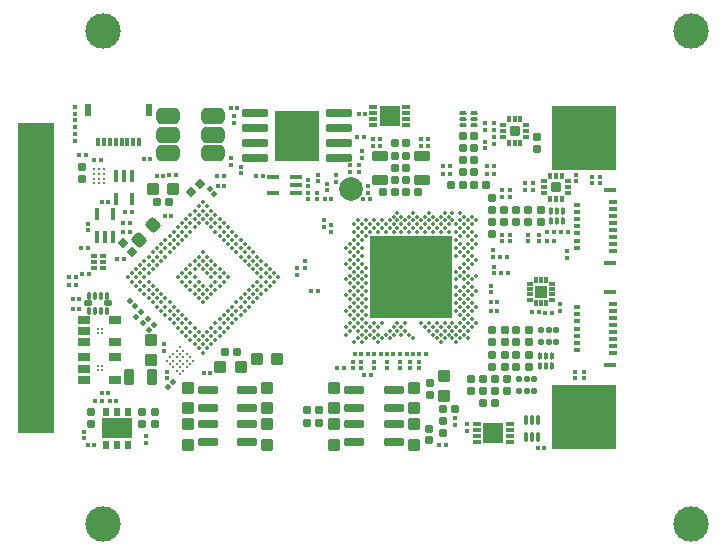
<source format=gbs>
G04*
G04 #@! TF.GenerationSoftware,Altium Limited,Altium Designer,19.1.6 (110)*
G04*
G04 Layer_Color=16711935*
%FSLAX44Y44*%
%MOMM*%
G71*
G01*
G75*
%ADD68R,3.1250X26.2500*%
%ADD76R,0.4500X0.4000*%
%ADD86R,2.6000X0.7000*%
%ADD87C,0.2400*%
%ADD88C,0.3000*%
%ADD91C,2.0000*%
%ADD95C,3.0000*%
G04:AMPARAMS|DCode=96|XSize=0.6mm|YSize=0.7mm|CornerRadius=0.1mm|HoleSize=0mm|Usage=FLASHONLY|Rotation=90.000|XOffset=0mm|YOffset=0mm|HoleType=Round|Shape=RoundedRectangle|*
%AMROUNDEDRECTD96*
21,1,0.6000,0.5000,0,0,90.0*
21,1,0.4000,0.7000,0,0,90.0*
1,1,0.2000,0.2500,0.2000*
1,1,0.2000,0.2500,-0.2000*
1,1,0.2000,-0.2500,-0.2000*
1,1,0.2000,-0.2500,0.2000*
%
%ADD96ROUNDEDRECTD96*%
G04:AMPARAMS|DCode=104|XSize=0.7mm|YSize=0.7mm|CornerRadius=0.11mm|HoleSize=0mm|Usage=FLASHONLY|Rotation=0.000|XOffset=0mm|YOffset=0mm|HoleType=Round|Shape=RoundedRectangle|*
%AMROUNDEDRECTD104*
21,1,0.7000,0.4800,0,0,0.0*
21,1,0.4800,0.7000,0,0,0.0*
1,1,0.2200,0.2400,-0.2400*
1,1,0.2200,-0.2400,-0.2400*
1,1,0.2200,-0.2400,0.2400*
1,1,0.2200,0.2400,0.2400*
%
%ADD104ROUNDEDRECTD104*%
%ADD105R,0.4000X0.4500*%
G04:AMPARAMS|DCode=106|XSize=1.4mm|YSize=0.9mm|CornerRadius=0.15mm|HoleSize=0mm|Usage=FLASHONLY|Rotation=90.000|XOffset=0mm|YOffset=0mm|HoleType=Round|Shape=RoundedRectangle|*
%AMROUNDEDRECTD106*
21,1,1.4000,0.6000,0,0,90.0*
21,1,1.1000,0.9000,0,0,90.0*
1,1,0.3000,0.3000,0.5500*
1,1,0.3000,0.3000,-0.5500*
1,1,0.3000,-0.3000,-0.5500*
1,1,0.3000,-0.3000,0.5500*
%
%ADD106ROUNDEDRECTD106*%
G04:AMPARAMS|DCode=107|XSize=0.4mm|YSize=0.45mm|CornerRadius=0mm|HoleSize=0mm|Usage=FLASHONLY|Rotation=45.000|XOffset=0mm|YOffset=0mm|HoleType=Round|Shape=Rectangle|*
%AMROTATEDRECTD107*
4,1,4,0.0177,-0.3005,-0.3005,0.0177,-0.0177,0.3005,0.3005,-0.0177,0.0177,-0.3005,0.0*
%
%ADD107ROTATEDRECTD107*%

G04:AMPARAMS|DCode=108|XSize=0.7mm|YSize=0.7mm|CornerRadius=0.11mm|HoleSize=0mm|Usage=FLASHONLY|Rotation=270.000|XOffset=0mm|YOffset=0mm|HoleType=Round|Shape=RoundedRectangle|*
%AMROUNDEDRECTD108*
21,1,0.7000,0.4800,0,0,270.0*
21,1,0.4800,0.7000,0,0,270.0*
1,1,0.2200,-0.2400,-0.2400*
1,1,0.2200,-0.2400,0.2400*
1,1,0.2200,0.2400,0.2400*
1,1,0.2200,0.2400,-0.2400*
%
%ADD108ROUNDEDRECTD108*%
G04:AMPARAMS|DCode=109|XSize=1.1mm|YSize=1mm|CornerRadius=0.1625mm|HoleSize=0mm|Usage=FLASHONLY|Rotation=270.000|XOffset=0mm|YOffset=0mm|HoleType=Round|Shape=RoundedRectangle|*
%AMROUNDEDRECTD109*
21,1,1.1000,0.6750,0,0,270.0*
21,1,0.7750,1.0000,0,0,270.0*
1,1,0.3250,-0.3375,-0.3875*
1,1,0.3250,-0.3375,0.3875*
1,1,0.3250,0.3375,0.3875*
1,1,0.3250,0.3375,-0.3875*
%
%ADD109ROUNDEDRECTD109*%
G04:AMPARAMS|DCode=110|XSize=1.1mm|YSize=1mm|CornerRadius=0.1625mm|HoleSize=0mm|Usage=FLASHONLY|Rotation=180.000|XOffset=0mm|YOffset=0mm|HoleType=Round|Shape=RoundedRectangle|*
%AMROUNDEDRECTD110*
21,1,1.1000,0.6750,0,0,180.0*
21,1,0.7750,1.0000,0,0,180.0*
1,1,0.3250,-0.3875,0.3375*
1,1,0.3250,0.3875,0.3375*
1,1,0.3250,0.3875,-0.3375*
1,1,0.3250,-0.3875,-0.3375*
%
%ADD110ROUNDEDRECTD110*%
G04:AMPARAMS|DCode=112|XSize=0.6mm|YSize=0.7mm|CornerRadius=0.1mm|HoleSize=0mm|Usage=FLASHONLY|Rotation=180.000|XOffset=0mm|YOffset=0mm|HoleType=Round|Shape=RoundedRectangle|*
%AMROUNDEDRECTD112*
21,1,0.6000,0.5000,0,0,180.0*
21,1,0.4000,0.7000,0,0,180.0*
1,1,0.2000,-0.2000,0.2500*
1,1,0.2000,0.2000,0.2500*
1,1,0.2000,0.2000,-0.2500*
1,1,0.2000,-0.2000,-0.2500*
%
%ADD112ROUNDEDRECTD112*%
G04:AMPARAMS|DCode=113|XSize=0.4mm|YSize=0.45mm|CornerRadius=0mm|HoleSize=0mm|Usage=FLASHONLY|Rotation=315.000|XOffset=0mm|YOffset=0mm|HoleType=Round|Shape=Rectangle|*
%AMROTATEDRECTD113*
4,1,4,-0.3005,-0.0177,0.0177,0.3005,0.3005,0.0177,-0.0177,-0.3005,-0.3005,-0.0177,0.0*
%
%ADD113ROTATEDRECTD113*%

%ADD114R,0.6000X0.8000*%
%ADD115R,2.6000X1.8000*%
G04:AMPARAMS|DCode=119|XSize=1.1mm|YSize=1.1mm|CornerRadius=0.2mm|HoleSize=0mm|Usage=FLASHONLY|Rotation=180.000|XOffset=0mm|YOffset=0mm|HoleType=Round|Shape=RoundedRectangle|*
%AMROUNDEDRECTD119*
21,1,1.1000,0.7000,0,0,180.0*
21,1,0.7000,1.1000,0,0,180.0*
1,1,0.4000,-0.3500,0.3500*
1,1,0.4000,0.3500,0.3500*
1,1,0.4000,0.3500,-0.3500*
1,1,0.4000,-0.3500,-0.3500*
%
%ADD119ROUNDEDRECTD119*%
%ADD120R,0.3000X0.4950*%
%ADD121R,0.4950X0.3000*%
G04:AMPARAMS|DCode=122|XSize=0.33mm|YSize=0.63mm|CornerRadius=0.1025mm|HoleSize=0mm|Usage=FLASHONLY|Rotation=0.000|XOffset=0mm|YOffset=0mm|HoleType=Round|Shape=RoundedRectangle|*
%AMROUNDEDRECTD122*
21,1,0.3300,0.4250,0,0,0.0*
21,1,0.1250,0.6300,0,0,0.0*
1,1,0.2050,0.0625,-0.2125*
1,1,0.2050,-0.0625,-0.2125*
1,1,0.2050,-0.0625,0.2125*
1,1,0.2050,0.0625,0.2125*
%
%ADD122ROUNDEDRECTD122*%
G04:AMPARAMS|DCode=124|XSize=0.6mm|YSize=0.7mm|CornerRadius=0.1mm|HoleSize=0mm|Usage=FLASHONLY|Rotation=45.000|XOffset=0mm|YOffset=0mm|HoleType=Round|Shape=RoundedRectangle|*
%AMROUNDEDRECTD124*
21,1,0.6000,0.5000,0,0,45.0*
21,1,0.4000,0.7000,0,0,45.0*
1,1,0.2000,0.3182,-0.0354*
1,1,0.2000,0.0354,-0.3182*
1,1,0.2000,-0.3182,0.0354*
1,1,0.2000,-0.0354,0.3182*
%
%ADD124ROUNDEDRECTD124*%
%ADD125R,5.5000X5.5000*%
%ADD140C,0.3500*%
%ADD173R,7.0000X7.0000*%
G04:AMPARAMS|DCode=174|XSize=0.65mm|YSize=2.2mm|CornerRadius=0.1875mm|HoleSize=0mm|Usage=FLASHONLY|Rotation=90.000|XOffset=0mm|YOffset=0mm|HoleType=Round|Shape=RoundedRectangle|*
%AMROUNDEDRECTD174*
21,1,0.6500,1.8250,0,0,90.0*
21,1,0.2750,2.2000,0,0,90.0*
1,1,0.3750,0.9125,0.1375*
1,1,0.3750,0.9125,-0.1375*
1,1,0.3750,-0.9125,-0.1375*
1,1,0.3750,-0.9125,0.1375*
%
%ADD174ROUNDEDRECTD174*%
%ADD175R,3.7000X4.3000*%
%ADD176R,1.8000X1.8000*%
%ADD177R,0.7400X0.3900*%
%ADD178R,0.6250X0.3500*%
G04:AMPARAMS|DCode=179|XSize=0.75mm|YSize=0.45mm|CornerRadius=0.1375mm|HoleSize=0mm|Usage=FLASHONLY|Rotation=180.000|XOffset=0mm|YOffset=0mm|HoleType=Round|Shape=RoundedRectangle|*
%AMROUNDEDRECTD179*
21,1,0.7500,0.1750,0,0,180.0*
21,1,0.4750,0.4500,0,0,180.0*
1,1,0.2750,-0.2375,0.0875*
1,1,0.2750,0.2375,0.0875*
1,1,0.2750,0.2375,-0.0875*
1,1,0.2750,-0.2375,-0.0875*
%
%ADD179ROUNDEDRECTD179*%
G04:AMPARAMS|DCode=180|XSize=0.65mm|YSize=0.4mm|CornerRadius=0.125mm|HoleSize=0mm|Usage=FLASHONLY|Rotation=270.000|XOffset=0mm|YOffset=0mm|HoleType=Round|Shape=RoundedRectangle|*
%AMROUNDEDRECTD180*
21,1,0.6500,0.1500,0,0,270.0*
21,1,0.4000,0.4000,0,0,270.0*
1,1,0.2500,-0.0750,-0.2000*
1,1,0.2500,-0.0750,0.2000*
1,1,0.2500,0.0750,0.2000*
1,1,0.2500,0.0750,-0.2000*
%
%ADD180ROUNDEDRECTD180*%
G04:AMPARAMS|DCode=181|XSize=0.65mm|YSize=0.35mm|CornerRadius=0.1125mm|HoleSize=0mm|Usage=FLASHONLY|Rotation=270.000|XOffset=0mm|YOffset=0mm|HoleType=Round|Shape=RoundedRectangle|*
%AMROUNDEDRECTD181*
21,1,0.6500,0.1250,0,0,270.0*
21,1,0.4250,0.3500,0,0,270.0*
1,1,0.2250,-0.0625,-0.2125*
1,1,0.2250,-0.0625,0.2125*
1,1,0.2250,0.0625,0.2125*
1,1,0.2250,0.0625,-0.2125*
%
%ADD181ROUNDEDRECTD181*%
%ADD182R,0.4000X0.8000*%
%ADD183R,0.5000X1.1000*%
%ADD184R,0.6000X0.4000*%
%ADD185R,0.8000X0.4000*%
%ADD186R,1.1000X0.4500*%
G04:AMPARAMS|DCode=187|XSize=1.7mm|YSize=0.6mm|CornerRadius=0.125mm|HoleSize=0mm|Usage=FLASHONLY|Rotation=0.000|XOffset=0mm|YOffset=0mm|HoleType=Round|Shape=RoundedRectangle|*
%AMROUNDEDRECTD187*
21,1,1.7000,0.3500,0,0,0.0*
21,1,1.4500,0.6000,0,0,0.0*
1,1,0.2500,0.7250,-0.1750*
1,1,0.2500,-0.7250,-0.1750*
1,1,0.2500,-0.7250,0.1750*
1,1,0.2500,0.7250,0.1750*
%
%ADD187ROUNDEDRECTD187*%
G04:AMPARAMS|DCode=188|XSize=1.4mm|YSize=0.9mm|CornerRadius=0.15mm|HoleSize=0mm|Usage=FLASHONLY|Rotation=0.000|XOffset=0mm|YOffset=0mm|HoleType=Round|Shape=RoundedRectangle|*
%AMROUNDEDRECTD188*
21,1,1.4000,0.6000,0,0,0.0*
21,1,1.1000,0.9000,0,0,0.0*
1,1,0.3000,0.5500,-0.3000*
1,1,0.3000,-0.5500,-0.3000*
1,1,0.3000,-0.5500,0.3000*
1,1,0.3000,0.5500,0.3000*
%
%ADD188ROUNDEDRECTD188*%
G04:AMPARAMS|DCode=189|XSize=0.3mm|YSize=0.55mm|CornerRadius=0.08mm|HoleSize=0mm|Usage=FLASHONLY|Rotation=90.000|XOffset=0mm|YOffset=0mm|HoleType=Round|Shape=RoundedRectangle|*
%AMROUNDEDRECTD189*
21,1,0.3000,0.3900,0,0,90.0*
21,1,0.1400,0.5500,0,0,90.0*
1,1,0.1600,0.1950,0.0700*
1,1,0.1600,0.1950,-0.0700*
1,1,0.1600,-0.1950,-0.0700*
1,1,0.1600,-0.1950,0.0700*
%
%ADD189ROUNDEDRECTD189*%
G04:AMPARAMS|DCode=190|XSize=0.3mm|YSize=0.55mm|CornerRadius=0.08mm|HoleSize=0mm|Usage=FLASHONLY|Rotation=0.000|XOffset=0mm|YOffset=0mm|HoleType=Round|Shape=RoundedRectangle|*
%AMROUNDEDRECTD190*
21,1,0.3000,0.3900,0,0,0.0*
21,1,0.1400,0.5500,0,0,0.0*
1,1,0.1600,0.0700,-0.1950*
1,1,0.1600,-0.0700,-0.1950*
1,1,0.1600,-0.0700,0.1950*
1,1,0.1600,0.0700,0.1950*
%
%ADD190ROUNDEDRECTD190*%
G04:AMPARAMS|DCode=191|XSize=0.9mm|YSize=0.9mm|CornerRadius=0.17mm|HoleSize=0mm|Usage=FLASHONLY|Rotation=180.000|XOffset=0mm|YOffset=0mm|HoleType=Round|Shape=RoundedRectangle|*
%AMROUNDEDRECTD191*
21,1,0.9000,0.5600,0,0,180.0*
21,1,0.5600,0.9000,0,0,180.0*
1,1,0.3400,-0.2800,0.2800*
1,1,0.3400,0.2800,0.2800*
1,1,0.3400,0.2800,-0.2800*
1,1,0.3400,-0.2800,-0.2800*
%
%ADD191ROUNDEDRECTD191*%
G04:AMPARAMS|DCode=192|XSize=0.55mm|YSize=0.45mm|CornerRadius=0.1025mm|HoleSize=0mm|Usage=FLASHONLY|Rotation=180.000|XOffset=0mm|YOffset=0mm|HoleType=Round|Shape=RoundedRectangle|*
%AMROUNDEDRECTD192*
21,1,0.5500,0.2450,0,0,180.0*
21,1,0.3450,0.4500,0,0,180.0*
1,1,0.2050,-0.1725,0.1225*
1,1,0.2050,0.1725,0.1225*
1,1,0.2050,0.1725,-0.1225*
1,1,0.2050,-0.1725,-0.1225*
%
%ADD192ROUNDEDRECTD192*%
%ADD193C,0.3000*%
G04:AMPARAMS|DCode=194|XSize=1.4mm|YSize=1.95mm|CornerRadius=0.375mm|HoleSize=0mm|Usage=FLASHONLY|Rotation=270.000|XOffset=0mm|YOffset=0mm|HoleType=Round|Shape=RoundedRectangle|*
%AMROUNDEDRECTD194*
21,1,1.4000,1.2000,0,0,270.0*
21,1,0.6500,1.9500,0,0,270.0*
1,1,0.7500,-0.6000,-0.3250*
1,1,0.7500,-0.6000,0.3250*
1,1,0.7500,0.6000,0.3250*
1,1,0.7500,0.6000,-0.3250*
%
%ADD194ROUNDEDRECTD194*%
%ADD195R,0.4600X1.1000*%
G04:AMPARAMS|DCode=196|XSize=0.4mm|YSize=0.8mm|CornerRadius=0.125mm|HoleSize=0mm|Usage=FLASHONLY|Rotation=180.000|XOffset=0mm|YOffset=0mm|HoleType=Round|Shape=RoundedRectangle|*
%AMROUNDEDRECTD196*
21,1,0.4000,0.5500,0,0,180.0*
21,1,0.1500,0.8000,0,0,180.0*
1,1,0.2500,-0.0750,0.2750*
1,1,0.2500,0.0750,0.2750*
1,1,0.2500,0.0750,-0.2750*
1,1,0.2500,-0.0750,-0.2750*
%
%ADD196ROUNDEDRECTD196*%
%ADD197R,1.0500X0.4600*%
G04:AMPARAMS|DCode=198|XSize=1.1mm|YSize=1mm|CornerRadius=0.1625mm|HoleSize=0mm|Usage=FLASHONLY|Rotation=315.000|XOffset=0mm|YOffset=0mm|HoleType=Round|Shape=RoundedRectangle|*
%AMROUNDEDRECTD198*
21,1,1.1000,0.6750,0,0,315.0*
21,1,0.7750,1.0000,0,0,315.0*
1,1,0.3250,0.0354,-0.5127*
1,1,0.3250,-0.5127,0.0354*
1,1,0.3250,-0.0354,0.5127*
1,1,0.3250,0.5127,-0.0354*
%
%ADD198ROUNDEDRECTD198*%
G04:AMPARAMS|DCode=199|XSize=0.6mm|YSize=0.7mm|CornerRadius=0.1mm|HoleSize=0mm|Usage=FLASHONLY|Rotation=135.000|XOffset=0mm|YOffset=0mm|HoleType=Round|Shape=RoundedRectangle|*
%AMROUNDEDRECTD199*
21,1,0.6000,0.5000,0,0,135.0*
21,1,0.4000,0.7000,0,0,135.0*
1,1,0.2000,0.0354,0.3182*
1,1,0.2000,0.3182,0.0354*
1,1,0.2000,-0.0354,-0.3182*
1,1,0.2000,-0.3182,-0.0354*
%
%ADD199ROUNDEDRECTD199*%
G04:AMPARAMS|DCode=200|XSize=0.33mm|YSize=0.63mm|CornerRadius=0.1025mm|HoleSize=0mm|Usage=FLASHONLY|Rotation=90.000|XOffset=0mm|YOffset=0mm|HoleType=Round|Shape=RoundedRectangle|*
%AMROUNDEDRECTD200*
21,1,0.3300,0.4250,0,0,90.0*
21,1,0.1250,0.6300,0,0,90.0*
1,1,0.2050,0.2125,0.0625*
1,1,0.2050,0.2125,-0.0625*
1,1,0.2050,-0.2125,-0.0625*
1,1,0.2050,-0.2125,0.0625*
%
%ADD200ROUNDEDRECTD200*%
G04:AMPARAMS|DCode=201|XSize=0.7mm|YSize=1.1mm|CornerRadius=0.125mm|HoleSize=0mm|Usage=FLASHONLY|Rotation=90.000|XOffset=0mm|YOffset=0mm|HoleType=Round|Shape=RoundedRectangle|*
%AMROUNDEDRECTD201*
21,1,0.7000,0.8500,0,0,90.0*
21,1,0.4500,1.1000,0,0,90.0*
1,1,0.2500,0.4250,0.2250*
1,1,0.2500,0.4250,-0.2250*
1,1,0.2500,-0.4250,-0.2250*
1,1,0.2500,-0.4250,0.2250*
%
%ADD201ROUNDEDRECTD201*%
D68*
X-26875Y148250D02*
D03*
D76*
X14000Y18050D02*
D03*
Y12450D02*
D03*
X422500Y170800D02*
D03*
Y165200D02*
D03*
X429500Y68850D02*
D03*
Y63250D02*
D03*
X437000Y68800D02*
D03*
Y63200D02*
D03*
X66750Y8750D02*
D03*
Y14350D02*
D03*
X338500Y18700D02*
D03*
Y24300D02*
D03*
X327750Y29300D02*
D03*
Y23700D02*
D03*
X220000Y222200D02*
D03*
Y227800D02*
D03*
X227250Y229700D02*
D03*
Y235300D02*
D03*
X212450Y235600D02*
D03*
Y230000D02*
D03*
X138500Y243750D02*
D03*
Y249350D02*
D03*
X210950Y220300D02*
D03*
Y214700D02*
D03*
X146500Y242300D02*
D03*
Y236700D02*
D03*
X203500Y225700D02*
D03*
Y231300D02*
D03*
X203500Y214700D02*
D03*
Y220300D02*
D03*
X141000Y279450D02*
D03*
Y285050D02*
D03*
X17050Y194100D02*
D03*
Y188500D02*
D03*
X6500Y292750D02*
D03*
Y287150D02*
D03*
X390250Y179200D02*
D03*
Y184800D02*
D03*
X399000D02*
D03*
Y179200D02*
D03*
X387250Y222700D02*
D03*
Y228300D02*
D03*
X393750D02*
D03*
Y222700D02*
D03*
X374250Y178950D02*
D03*
Y184550D02*
D03*
X367750D02*
D03*
Y178950D02*
D03*
X374500Y222300D02*
D03*
Y216700D02*
D03*
X368000Y216700D02*
D03*
Y222300D02*
D03*
X194250Y156550D02*
D03*
Y150950D02*
D03*
X201000Y156550D02*
D03*
Y162150D02*
D03*
X353500Y257950D02*
D03*
Y263550D02*
D03*
X241750Y77300D02*
D03*
Y71700D02*
D03*
X84000Y63200D02*
D03*
Y68800D02*
D03*
X246750Y243300D02*
D03*
Y237700D02*
D03*
X6500Y264000D02*
D03*
Y269600D02*
D03*
X6500Y275950D02*
D03*
Y281550D02*
D03*
X239250Y243300D02*
D03*
Y237700D02*
D03*
X249750Y249950D02*
D03*
Y255550D02*
D03*
X81500Y86450D02*
D03*
Y92050D02*
D03*
X416750Y120450D02*
D03*
Y126050D02*
D03*
X358500Y135950D02*
D03*
Y141550D02*
D03*
X361000Y157650D02*
D03*
Y152050D02*
D03*
X450750Y228200D02*
D03*
X450750Y233800D02*
D03*
X444250Y228200D02*
D03*
Y233800D02*
D03*
X430200Y235350D02*
D03*
Y229750D02*
D03*
X353750Y278850D02*
D03*
X353750Y273250D02*
D03*
X361250Y278850D02*
D03*
Y273250D02*
D03*
X361000Y261700D02*
D03*
Y267300D02*
D03*
X254250Y225800D02*
D03*
Y220200D02*
D03*
X223250Y192550D02*
D03*
Y186950D02*
D03*
X216750Y196800D02*
D03*
Y191200D02*
D03*
X290000Y71700D02*
D03*
Y77300D02*
D03*
X281500Y71700D02*
D03*
Y77300D02*
D03*
X270750Y71700D02*
D03*
Y77300D02*
D03*
X298000Y71700D02*
D03*
Y77300D02*
D03*
X259700Y71700D02*
D03*
Y77300D02*
D03*
X248750Y71700D02*
D03*
Y77300D02*
D03*
X360000Y165950D02*
D03*
Y171550D02*
D03*
D86*
X-25000Y262497D02*
D03*
Y254497D02*
D03*
X-25000Y246497D02*
D03*
Y238497D02*
D03*
Y230497D02*
D03*
Y222497D02*
D03*
X-25000Y214497D02*
D03*
Y206497D02*
D03*
X-25000Y166497D02*
D03*
X-25000Y158497D02*
D03*
Y150497D02*
D03*
Y142497D02*
D03*
Y134497D02*
D03*
Y126497D02*
D03*
Y118497D02*
D03*
Y110497D02*
D03*
Y102497D02*
D03*
Y94497D02*
D03*
Y86497D02*
D03*
Y78497D02*
D03*
Y70497D02*
D03*
Y62497D02*
D03*
Y54497D02*
D03*
X-25000Y46497D02*
D03*
Y38497D02*
D03*
Y30497D02*
D03*
D87*
X25500Y69750D02*
D03*
X29000D02*
D03*
X25500Y73250D02*
D03*
X29000D02*
D03*
Y105000D02*
D03*
X25500D02*
D03*
X29000Y101500D02*
D03*
X25500D02*
D03*
D88*
X106478Y78085D02*
D03*
X83851D02*
D03*
X86679Y80914D02*
D03*
X89508Y83742D02*
D03*
X92336Y86571D02*
D03*
X95164Y89399D02*
D03*
X100821Y72429D02*
D03*
X103650Y75257D02*
D03*
X89508Y72429D02*
D03*
X92336Y75257D02*
D03*
X95164Y78085D02*
D03*
X97993Y80914D02*
D03*
X100821Y83742D02*
D03*
X95164Y66772D02*
D03*
X92336Y69600D02*
D03*
X95164Y72429D02*
D03*
X97993Y75257D02*
D03*
X100821Y78085D02*
D03*
X103650Y80914D02*
D03*
X86679Y75257D02*
D03*
X89508Y78085D02*
D03*
X92336Y80914D02*
D03*
X97993Y69600D02*
D03*
X95164Y83742D02*
D03*
X97993Y86571D02*
D03*
D91*
X240250Y223500D02*
D03*
D95*
X30000Y357300D02*
D03*
X528250Y357300D02*
D03*
Y-60300D02*
D03*
X30050Y-60250D02*
D03*
D96*
X327750Y37250D02*
D03*
X317750D02*
D03*
X143500Y85000D02*
D03*
X133500D02*
D03*
X75750Y211969D02*
D03*
X85750D02*
D03*
X361771Y42000D02*
D03*
X351771D02*
D03*
X361975Y52535D02*
D03*
X351975D02*
D03*
X361975Y62535D02*
D03*
X351975D02*
D03*
X287000Y231000D02*
D03*
X277000D02*
D03*
X344500Y237500D02*
D03*
X334500D02*
D03*
Y268500D02*
D03*
X344500D02*
D03*
X277000Y262000D02*
D03*
X287000D02*
D03*
X380025Y83045D02*
D03*
X370025D02*
D03*
X380025Y73045D02*
D03*
X370025D02*
D03*
X380000Y205500D02*
D03*
X390000D02*
D03*
Y195500D02*
D03*
X380000D02*
D03*
X370025Y94045D02*
D03*
X380025D02*
D03*
X370025Y104045D02*
D03*
X380025D02*
D03*
D104*
X390525D02*
D03*
Y94045D02*
D03*
X372475Y62535D02*
D03*
Y52535D02*
D03*
X317500Y26750D02*
D03*
X317500Y16750D02*
D03*
X73745Y24750D02*
D03*
Y34750D02*
D03*
X359000Y205500D02*
D03*
X359000Y215500D02*
D03*
Y195500D02*
D03*
Y185500D02*
D03*
X306500Y58750D02*
D03*
Y48750D02*
D03*
X305750Y20500D02*
D03*
Y10500D02*
D03*
D105*
X11709Y173846D02*
D03*
X17309D02*
D03*
X28950Y50750D02*
D03*
X34550D02*
D03*
X85950Y235250D02*
D03*
X91550D02*
D03*
X126700Y234750D02*
D03*
X132300D02*
D03*
X320300Y7000D02*
D03*
X314700D02*
D03*
X246450Y287250D02*
D03*
X252050D02*
D03*
X398250Y4000D02*
D03*
X403850D02*
D03*
X54300Y203500D02*
D03*
X48700D02*
D03*
X143800Y292250D02*
D03*
X138200D02*
D03*
X35766Y43666D02*
D03*
X41366D02*
D03*
X23438D02*
D03*
X29038D02*
D03*
X165550Y234354D02*
D03*
X159950D02*
D03*
X12450Y151750D02*
D03*
X18050D02*
D03*
X46950Y194500D02*
D03*
X52550D02*
D03*
X52550Y187000D02*
D03*
X46950D02*
D03*
X34550Y212750D02*
D03*
X28950D02*
D03*
X47550Y163750D02*
D03*
X41950D02*
D03*
X406200Y179750D02*
D03*
X411800D02*
D03*
X418150Y187000D02*
D03*
X423750D02*
D03*
X406150D02*
D03*
X411750D02*
D03*
X305300Y266000D02*
D03*
X299700D02*
D03*
X264300Y259500D02*
D03*
X258700D02*
D03*
X299700D02*
D03*
X305300D02*
D03*
X258700Y266000D02*
D03*
X264300D02*
D03*
X361100Y242500D02*
D03*
X355500D02*
D03*
Y236000D02*
D03*
X361100D02*
D03*
X317900Y242500D02*
D03*
X323500D02*
D03*
Y236000D02*
D03*
X317900D02*
D03*
X223300Y214750D02*
D03*
X217700D02*
D03*
X81000Y234450D02*
D03*
X75400D02*
D03*
X127000Y225550D02*
D03*
X132600D02*
D03*
X257050Y65750D02*
D03*
X251450D02*
D03*
X234000Y71707D02*
D03*
X228400D02*
D03*
X211975Y136970D02*
D03*
X206375D02*
D03*
X245500Y267800D02*
D03*
X251100D02*
D03*
X64650Y248450D02*
D03*
X70250D02*
D03*
X28100Y248250D02*
D03*
X22500D02*
D03*
X10000Y252500D02*
D03*
X15600D02*
D03*
X115357Y67707D02*
D03*
X120957D02*
D03*
X364050Y120150D02*
D03*
X358450D02*
D03*
X10050Y130500D02*
D03*
X4450Y130500D02*
D03*
X10050Y122058D02*
D03*
X4450D02*
D03*
X17195Y6750D02*
D03*
X22795Y6750D02*
D03*
X7043Y142417D02*
D03*
X1443D02*
D03*
X7043Y148747D02*
D03*
X1443D02*
D03*
X393185Y119100D02*
D03*
X398785Y119100D02*
D03*
X410050Y118500D02*
D03*
X404450D02*
D03*
X87979Y200750D02*
D03*
X82379D02*
D03*
X364050Y127500D02*
D03*
X358450D02*
D03*
X256050Y214500D02*
D03*
X250450D02*
D03*
X292665Y84000D02*
D03*
X287065D02*
D03*
X281550D02*
D03*
X275950D02*
D03*
X270750D02*
D03*
X265150D02*
D03*
X297950D02*
D03*
X303550D02*
D03*
X259750D02*
D03*
X254150D02*
D03*
X248750D02*
D03*
X243150D02*
D03*
X371850Y165950D02*
D03*
X366250D02*
D03*
X367450Y152050D02*
D03*
X373050D02*
D03*
D106*
X51750Y64500D02*
D03*
X71750D02*
D03*
D107*
X85406Y55599D02*
D03*
X89366Y59559D02*
D03*
X69372Y104062D02*
D03*
X73331Y108022D02*
D03*
X58411Y115022D02*
D03*
X62371Y118982D02*
D03*
X67851Y113502D02*
D03*
X63892Y109542D02*
D03*
D108*
X287000Y220500D02*
D03*
X297000D02*
D03*
X277000D02*
D03*
X267000D02*
D03*
X334500Y227000D02*
D03*
X324500D02*
D03*
X344500D02*
D03*
X354500D02*
D03*
X212750Y36500D02*
D03*
X202750D02*
D03*
X212750Y25500D02*
D03*
X202750D02*
D03*
D109*
X160500Y79500D02*
D03*
X177500D02*
D03*
X146500Y72750D02*
D03*
X129500D02*
D03*
X72250Y223000D02*
D03*
X89250D02*
D03*
D110*
X226000Y24000D02*
D03*
Y7000D02*
D03*
X318500Y64750D02*
D03*
Y47750D02*
D03*
X70289Y95250D02*
D03*
Y78250D02*
D03*
X169250Y55000D02*
D03*
Y38000D02*
D03*
X102250Y55000D02*
D03*
Y38000D02*
D03*
X169250Y7000D02*
D03*
Y24000D02*
D03*
X102250D02*
D03*
Y7000D02*
D03*
X293000Y38000D02*
D03*
Y55000D02*
D03*
X226000Y55000D02*
D03*
Y38000D02*
D03*
X293000Y7000D02*
D03*
Y24000D02*
D03*
D112*
X12250Y242250D02*
D03*
Y232250D02*
D03*
X397500Y267000D02*
D03*
Y257000D02*
D03*
X341475Y52535D02*
D03*
Y62535D02*
D03*
X63245Y24750D02*
D03*
Y34750D02*
D03*
X20104Y24750D02*
D03*
Y34750D02*
D03*
X334500Y248000D02*
D03*
Y258000D02*
D03*
X344500D02*
D03*
Y248000D02*
D03*
X287000Y251500D02*
D03*
Y241500D02*
D03*
X277000D02*
D03*
Y251500D02*
D03*
X359525Y73045D02*
D03*
Y83045D02*
D03*
X390525Y73045D02*
D03*
Y83045D02*
D03*
X400500Y205500D02*
D03*
Y195500D02*
D03*
X369500D02*
D03*
Y205500D02*
D03*
X359525Y104045D02*
D03*
Y94045D02*
D03*
D113*
X120270Y223230D02*
D03*
X124230Y219270D02*
D03*
X52931Y128422D02*
D03*
X56891Y124462D02*
D03*
D114*
X51250Y34750D02*
D03*
X41750D02*
D03*
X32250D02*
D03*
Y6750D02*
D03*
X41750D02*
D03*
X51250D02*
D03*
D115*
X41750Y20750D02*
D03*
D119*
X401000Y136500D02*
D03*
D120*
X405000Y126975D02*
D03*
X401000Y126975D02*
D03*
X397000D02*
D03*
Y146025D02*
D03*
X401000Y146025D02*
D03*
X405000D02*
D03*
D121*
X410525Y143250D02*
D03*
X410525Y138750D02*
D03*
Y134250D02*
D03*
X410525Y129750D02*
D03*
X391475Y129750D02*
D03*
Y134250D02*
D03*
Y138750D02*
D03*
X391475Y143250D02*
D03*
D122*
X404827Y82295D02*
D03*
X409827D02*
D03*
X404827Y73795D02*
D03*
X409827D02*
D03*
X399827D02*
D03*
Y82295D02*
D03*
X419510Y196250D02*
D03*
X414510D02*
D03*
X419510Y204750D02*
D03*
X414510D02*
D03*
X409510D02*
D03*
Y196250D02*
D03*
D124*
X47214Y177285D02*
D03*
X54285Y170215D02*
D03*
D125*
X437500Y30500D02*
D03*
Y266500D02*
D03*
D140*
X329295Y93510D02*
D03*
X332625Y96840D02*
D03*
X335955Y100170D02*
D03*
X339285Y103500D02*
D03*
X342615Y106830D02*
D03*
X345945Y110160D02*
D03*
X342615Y113490D02*
D03*
X339285Y110160D02*
D03*
X332625Y103500D02*
D03*
X335955Y106830D02*
D03*
X325965Y96840D02*
D03*
X329295Y100170D02*
D03*
X325965Y103500D02*
D03*
X322635Y100170D02*
D03*
X332625Y110160D02*
D03*
X329295Y106830D02*
D03*
X335955Y113490D02*
D03*
X339285Y116820D02*
D03*
X322635Y106830D02*
D03*
X319305Y103500D02*
D03*
X325965Y110160D02*
D03*
X335955Y120150D02*
D03*
X332625Y116820D02*
D03*
X312645Y96840D02*
D03*
X315975Y100170D02*
D03*
Y93510D02*
D03*
X319305Y96840D02*
D03*
X342615Y126810D02*
D03*
X339285Y123480D02*
D03*
X345945D02*
D03*
X342615Y120150D02*
D03*
X335955Y126810D02*
D03*
X339285Y130140D02*
D03*
X329295Y120150D02*
D03*
X332625Y123480D02*
D03*
X315975Y106830D02*
D03*
X319305Y110160D02*
D03*
X309315Y100170D02*
D03*
X312645Y103500D02*
D03*
X309315Y106830D02*
D03*
X305985Y103500D02*
D03*
X312645Y110160D02*
D03*
X305985D02*
D03*
X302655Y106830D02*
D03*
X299325Y110160D02*
D03*
X345945Y136800D02*
D03*
X342615Y133470D02*
D03*
X339285Y136800D02*
D03*
X342615Y140130D02*
D03*
X329295Y126810D02*
D03*
X335955Y133470D02*
D03*
X332625Y130140D02*
D03*
X342615Y146790D02*
D03*
X332625Y136800D02*
D03*
X329295Y133470D02*
D03*
X339285Y143460D02*
D03*
X335955Y140130D02*
D03*
X329295D02*
D03*
X335955Y146790D02*
D03*
Y153450D02*
D03*
X339285Y156780D02*
D03*
X329295Y146790D02*
D03*
X332625Y150120D02*
D03*
X345945Y163440D02*
D03*
X342615Y160110D02*
D03*
X335955D02*
D03*
X339285Y163440D02*
D03*
X329295Y153450D02*
D03*
X332625Y156780D02*
D03*
X342615Y166770D02*
D03*
X335955D02*
D03*
X339285Y170100D02*
D03*
X345945Y176760D02*
D03*
X342615Y173430D02*
D03*
X335955D02*
D03*
X339285Y176760D02*
D03*
X329295Y166770D02*
D03*
X332625Y170100D02*
D03*
X345945Y183420D02*
D03*
X342615Y180090D02*
D03*
X339285Y183420D02*
D03*
X329295Y173430D02*
D03*
X332625Y176760D02*
D03*
X339285Y190081D02*
D03*
X329295Y180090D02*
D03*
X332625Y183420D02*
D03*
X345945Y196740D02*
D03*
X342615Y193410D02*
D03*
X335955D02*
D03*
X339285Y196740D02*
D03*
X332625Y190081D02*
D03*
X342615Y200070D02*
D03*
X335955D02*
D03*
X329295Y193410D02*
D03*
X332625Y196740D02*
D03*
X339285Y96840D02*
D03*
X286005Y110160D02*
D03*
X279345D02*
D03*
X282675Y106830D02*
D03*
X286005Y103500D02*
D03*
X289335Y100170D02*
D03*
X292665Y96840D02*
D03*
X276015Y106830D02*
D03*
X279345Y103500D02*
D03*
X276015Y100170D02*
D03*
X272685Y103500D02*
D03*
Y96840D02*
D03*
X269355Y100170D02*
D03*
X282675D02*
D03*
X266025Y96840D02*
D03*
X262695Y93510D02*
D03*
X259365Y96840D02*
D03*
X262695Y100170D02*
D03*
X266025Y110160D02*
D03*
X262695Y106830D02*
D03*
X259365Y103500D02*
D03*
X252705Y96840D02*
D03*
X256035Y100170D02*
D03*
X249375Y93510D02*
D03*
X242715D02*
D03*
X249375Y100170D02*
D03*
X246045Y96840D02*
D03*
X252705Y103500D02*
D03*
X256035Y106830D02*
D03*
X259365Y110160D02*
D03*
X246045Y103500D02*
D03*
X249375Y106830D02*
D03*
X252705Y110160D02*
D03*
X236054Y100170D02*
D03*
X242715Y106830D02*
D03*
X239385Y103500D02*
D03*
X246045Y110160D02*
D03*
X249375Y113490D02*
D03*
X252705Y116820D02*
D03*
X236054Y106830D02*
D03*
X242715Y113490D02*
D03*
X239385Y110160D02*
D03*
X246045Y116820D02*
D03*
X249375Y120150D02*
D03*
X252705Y123480D02*
D03*
X242715Y120150D02*
D03*
X239385Y116820D02*
D03*
X246045Y123480D02*
D03*
X249375Y126810D02*
D03*
X252705Y130140D02*
D03*
X236054Y120150D02*
D03*
X242715Y126810D02*
D03*
X239385Y123480D02*
D03*
X246045Y130140D02*
D03*
X249375Y133470D02*
D03*
X252705Y136800D02*
D03*
X242715Y133470D02*
D03*
X239385Y130140D02*
D03*
X246045Y136800D02*
D03*
X249375Y140130D02*
D03*
X252705Y143460D02*
D03*
X236054Y133470D02*
D03*
X242715Y140130D02*
D03*
X239385Y136800D02*
D03*
X246045Y143460D02*
D03*
X249375Y146790D02*
D03*
X252705Y150120D02*
D03*
X242715Y146790D02*
D03*
X239385Y143460D02*
D03*
X246045Y150120D02*
D03*
X249375Y153450D02*
D03*
X252705Y156781D02*
D03*
X236054Y146791D02*
D03*
X242715Y153450D02*
D03*
X239385Y150120D02*
D03*
X246045Y156781D02*
D03*
X249375Y160110D02*
D03*
X242715Y160111D02*
D03*
X239385Y156781D02*
D03*
X246045Y163441D02*
D03*
X249375Y166771D02*
D03*
X236054Y160111D02*
D03*
X242715Y166771D02*
D03*
X239385Y163441D02*
D03*
X246045Y170101D02*
D03*
X249375Y173431D02*
D03*
X239385Y170101D02*
D03*
X246045Y176761D02*
D03*
X242715Y173431D02*
D03*
X249375Y180091D02*
D03*
X252705Y183421D02*
D03*
X256035Y186751D02*
D03*
X236054Y173431D02*
D03*
X242715Y180091D02*
D03*
X239385Y176761D02*
D03*
X246045Y183421D02*
D03*
X249375Y186751D02*
D03*
X252705Y190081D02*
D03*
X259365Y196741D02*
D03*
X256035Y193411D02*
D03*
X262695D02*
D03*
X259365Y190081D02*
D03*
X252705Y196741D02*
D03*
X249375Y193411D02*
D03*
X246045Y190081D02*
D03*
X242715Y186751D02*
D03*
X246045Y196741D02*
D03*
X242715Y193411D02*
D03*
X262695Y186751D02*
D03*
X269355D02*
D03*
X276015D02*
D03*
X282675D02*
D03*
X289335D02*
D03*
X295995D02*
D03*
X302655D02*
D03*
X309315D02*
D03*
X315975D02*
D03*
X322635D02*
D03*
X329295D02*
D03*
X335955D02*
D03*
X342615D02*
D03*
X266025Y190081D02*
D03*
X272685D02*
D03*
X279345D02*
D03*
X286005D02*
D03*
X292665D02*
D03*
X299325D02*
D03*
X305985D02*
D03*
X319305D02*
D03*
X312645D02*
D03*
X322635Y193411D02*
D03*
X315975D02*
D03*
X309315D02*
D03*
X302655D02*
D03*
X295995D02*
D03*
X289335D02*
D03*
X282675D02*
D03*
X276015D02*
D03*
X269355D02*
D03*
X319305Y196741D02*
D03*
X312645D02*
D03*
X305985D02*
D03*
X299325D02*
D03*
X292665D02*
D03*
X286005D02*
D03*
X279345D02*
D03*
X272685D02*
D03*
X266025D02*
D03*
X325965D02*
D03*
X332625Y203400D02*
D03*
X322635Y200071D02*
D03*
X276015D02*
D03*
X282675D02*
D03*
X289335D02*
D03*
X295995D02*
D03*
X302655D02*
D03*
X309315D02*
D03*
X315975D02*
D03*
X325965Y203401D02*
D03*
X319305D02*
D03*
X305985D02*
D03*
X292665D02*
D03*
X279345D02*
D03*
X345945Y150120D02*
D03*
X339285D02*
D03*
X125274Y187391D02*
D03*
X121738Y190926D02*
D03*
X118203Y194462D02*
D03*
X121738Y197997D02*
D03*
X51028Y148500D02*
D03*
X54563Y144965D02*
D03*
X58099Y141429D02*
D03*
X61634Y137893D02*
D03*
X65170Y134358D02*
D03*
X68705Y130822D02*
D03*
X72241Y127287D02*
D03*
X75776Y123751D02*
D03*
X79312Y120216D02*
D03*
X82847Y116680D02*
D03*
X86383Y113145D02*
D03*
X89918Y109609D02*
D03*
X93454Y106074D02*
D03*
X96990Y102538D02*
D03*
X100525Y99003D02*
D03*
X104061Y95467D02*
D03*
X107596Y91931D02*
D03*
X111132Y88396D02*
D03*
X114667Y84860D02*
D03*
X54563Y152036D02*
D03*
X58099Y148500D02*
D03*
X61634Y144965D02*
D03*
X65170Y141429D02*
D03*
X68705Y137893D02*
D03*
X72241Y134358D02*
D03*
X75776Y130822D02*
D03*
X79312Y127287D02*
D03*
X82847Y123751D02*
D03*
X86383Y120216D02*
D03*
X89918Y116680D02*
D03*
X93454Y113145D02*
D03*
X96990Y109609D02*
D03*
X100525Y106074D02*
D03*
X104061Y102538D02*
D03*
X107596Y99003D02*
D03*
X111132Y95467D02*
D03*
X114667Y91931D02*
D03*
X118203Y88396D02*
D03*
X58099Y155571D02*
D03*
X61634Y152036D02*
D03*
X65170Y148500D02*
D03*
X68705Y144965D02*
D03*
X72241Y141429D02*
D03*
X75777Y137893D02*
D03*
X79312Y134358D02*
D03*
X82847Y130822D02*
D03*
X86383Y127287D02*
D03*
X89919Y123751D02*
D03*
X93454Y120216D02*
D03*
X96990Y116680D02*
D03*
X100525Y113145D02*
D03*
X104061Y109609D02*
D03*
X107596Y106074D02*
D03*
X111132Y102538D02*
D03*
X114667Y99003D02*
D03*
X118203Y95467D02*
D03*
X121738Y91931D02*
D03*
X61634Y159107D02*
D03*
X65170Y155571D02*
D03*
X68705Y152036D02*
D03*
X118203Y102538D02*
D03*
X121738Y99003D02*
D03*
X125274Y95467D02*
D03*
X65170Y162642D02*
D03*
X68705Y159107D02*
D03*
X72241Y155571D02*
D03*
X121738Y106074D02*
D03*
X125274Y102538D02*
D03*
X128809Y99003D02*
D03*
X68705Y166178D02*
D03*
X72241Y162642D02*
D03*
X75776Y159107D02*
D03*
X125274Y109609D02*
D03*
X128809Y106074D02*
D03*
X132345Y102538D02*
D03*
X72241Y169713D02*
D03*
X75776Y166178D02*
D03*
X79312Y162642D02*
D03*
X93454Y148500D02*
D03*
X96990Y144965D02*
D03*
X100525Y141429D02*
D03*
X104061Y137893D02*
D03*
X107596Y134358D02*
D03*
X111132Y130822D02*
D03*
X114667Y127287D02*
D03*
X128809Y113145D02*
D03*
X132345Y109609D02*
D03*
X135880Y106074D02*
D03*
X75777Y173249D02*
D03*
X82847Y166178D02*
D03*
X96990Y152036D02*
D03*
X100525Y148500D02*
D03*
X104061Y144965D02*
D03*
X107596Y141429D02*
D03*
X111132Y137893D02*
D03*
X114667Y134358D02*
D03*
X118203Y130822D02*
D03*
X132345Y116680D02*
D03*
X135880Y113145D02*
D03*
X139416Y109609D02*
D03*
X79312Y176784D02*
D03*
X86383Y169713D02*
D03*
X100525Y155571D02*
D03*
X104061Y152036D02*
D03*
X107596Y148500D02*
D03*
X111132Y144965D02*
D03*
X114667Y141429D02*
D03*
X118203Y137893D02*
D03*
X121738Y134358D02*
D03*
X135880Y120216D02*
D03*
X139416Y116680D02*
D03*
X142952Y113145D02*
D03*
X82847Y180320D02*
D03*
X86383Y176784D02*
D03*
X89919Y173249D02*
D03*
X104061Y159107D02*
D03*
X107596Y155571D02*
D03*
X121738Y141429D02*
D03*
X125274Y137893D02*
D03*
X139416Y123751D02*
D03*
X142952Y120216D02*
D03*
X146487Y116680D02*
D03*
X86383Y183855D02*
D03*
X89918Y180320D02*
D03*
X93454Y176784D02*
D03*
X107596Y162642D02*
D03*
X111132Y159107D02*
D03*
X114667Y155571D02*
D03*
X118203Y152036D02*
D03*
X121738Y148500D02*
D03*
X125274Y144965D02*
D03*
X128809Y141429D02*
D03*
X142951Y127287D02*
D03*
X146487Y123751D02*
D03*
X150023Y120216D02*
D03*
X89918Y187391D02*
D03*
X93454Y183855D02*
D03*
X96990Y180320D02*
D03*
X111132Y166178D02*
D03*
X114667Y162642D02*
D03*
X118203Y159107D02*
D03*
X121738Y155571D02*
D03*
X125274Y152036D02*
D03*
X128809Y148500D02*
D03*
X132345Y144965D02*
D03*
X146487Y130822D02*
D03*
X150023Y127287D02*
D03*
X153558Y123751D02*
D03*
X93454Y190926D02*
D03*
X96990Y187391D02*
D03*
X100525Y183855D02*
D03*
X114667Y169713D02*
D03*
X118203Y166178D02*
D03*
X121738Y162642D02*
D03*
X125274Y159107D02*
D03*
X128809Y155571D02*
D03*
X132345Y152036D02*
D03*
X135880Y148500D02*
D03*
X150023Y134358D02*
D03*
X153558Y130822D02*
D03*
X157094Y127287D02*
D03*
X96990Y194462D02*
D03*
X100525Y190926D02*
D03*
X104061Y187391D02*
D03*
X153558Y137893D02*
D03*
X157094Y134358D02*
D03*
X160629Y130822D02*
D03*
X100525Y197997D02*
D03*
X104061Y194462D02*
D03*
X107596Y190926D02*
D03*
X157094Y141429D02*
D03*
X160629Y137893D02*
D03*
X164165Y134358D02*
D03*
X104061Y201533D02*
D03*
X107596Y197997D02*
D03*
X111132Y194462D02*
D03*
X160629Y144965D02*
D03*
X164165Y141429D02*
D03*
X167700Y137893D02*
D03*
X107596Y205068D02*
D03*
X111132Y201533D02*
D03*
X114667Y197997D02*
D03*
X128809Y183855D02*
D03*
X132345Y180320D02*
D03*
X135880Y176784D02*
D03*
X139416Y173249D02*
D03*
X142952Y169713D02*
D03*
X146487Y166178D02*
D03*
X150023Y162642D02*
D03*
X153558Y159107D02*
D03*
X157094Y155571D02*
D03*
X160629Y152036D02*
D03*
X164165Y148500D02*
D03*
X167700Y144965D02*
D03*
X171236Y141429D02*
D03*
X111132Y208604D02*
D03*
X114667Y205069D02*
D03*
X118203Y201533D02*
D03*
X125274Y194462D02*
D03*
X128809Y190926D02*
D03*
X132345Y187391D02*
D03*
X135880Y183855D02*
D03*
X139416Y180320D02*
D03*
X142952Y176784D02*
D03*
X146487Y173249D02*
D03*
X150023Y169713D02*
D03*
X153558Y166178D02*
D03*
X157094Y162642D02*
D03*
X160629Y159107D02*
D03*
X164165Y155571D02*
D03*
X167700Y152036D02*
D03*
X171236Y148500D02*
D03*
X174771Y144965D02*
D03*
X114667Y212140D02*
D03*
X118203Y208604D02*
D03*
X121738Y205069D02*
D03*
X125274Y201533D02*
D03*
X128809Y197997D02*
D03*
X132345Y194462D02*
D03*
X135880Y190926D02*
D03*
X139416Y187391D02*
D03*
X142952Y183855D02*
D03*
X146487Y180320D02*
D03*
X150023Y176784D02*
D03*
X153558Y173249D02*
D03*
X157094Y169713D02*
D03*
X160629Y166178D02*
D03*
X164165Y162642D02*
D03*
X167700Y159107D02*
D03*
X171236Y155571D02*
D03*
X174771Y152036D02*
D03*
X178307Y148500D02*
D03*
X82847Y173249D02*
D03*
X79312Y169713D02*
D03*
D173*
X290895Y148500D02*
D03*
D174*
X158750Y249450D02*
D03*
Y262150D02*
D03*
Y274850D02*
D03*
Y287550D02*
D03*
X229750Y249450D02*
D03*
Y262150D02*
D03*
Y274850D02*
D03*
Y287550D02*
D03*
D175*
X194250Y268500D02*
D03*
D176*
X272750Y285250D02*
D03*
X360500Y16750D02*
D03*
D177*
X258750Y292750D02*
D03*
Y287750D02*
D03*
Y282750D02*
D03*
Y277750D02*
D03*
X286750D02*
D03*
Y282750D02*
D03*
Y287750D02*
D03*
Y292750D02*
D03*
X346500Y24250D02*
D03*
Y19250D02*
D03*
Y14250D02*
D03*
Y9250D02*
D03*
X374500D02*
D03*
Y14250D02*
D03*
Y19250D02*
D03*
Y24250D02*
D03*
D178*
X22625Y156500D02*
D03*
Y161500D02*
D03*
Y166500D02*
D03*
X29875D02*
D03*
Y161500D02*
D03*
Y156500D02*
D03*
D179*
X17130Y126500D02*
D03*
X34370D02*
D03*
D180*
X18130Y120100D02*
D03*
X33370D02*
D03*
Y132900D02*
D03*
X18130D02*
D03*
D181*
X23210Y120100D02*
D03*
X28290D02*
D03*
Y132900D02*
D03*
X23210D02*
D03*
D182*
X60750Y263500D02*
D03*
X55750D02*
D03*
X35750D02*
D03*
X40750D02*
D03*
X30750D02*
D03*
X25750D02*
D03*
X45750D02*
D03*
X50750D02*
D03*
D183*
X17450Y290000D02*
D03*
X69050D02*
D03*
D184*
X431425Y99250D02*
D03*
Y93250D02*
D03*
Y87250D02*
D03*
Y105250D02*
D03*
Y111250D02*
D03*
Y117250D02*
D03*
Y123250D02*
D03*
X431425Y185750D02*
D03*
Y179750D02*
D03*
Y173750D02*
D03*
Y191750D02*
D03*
Y197750D02*
D03*
Y203750D02*
D03*
Y209750D02*
D03*
D185*
X462075Y102250D02*
D03*
X462075Y108250D02*
D03*
Y114250D02*
D03*
Y120250D02*
D03*
Y126250D02*
D03*
Y96250D02*
D03*
Y90250D02*
D03*
Y84250D02*
D03*
X462075Y188750D02*
D03*
X462075Y194750D02*
D03*
Y200750D02*
D03*
Y206750D02*
D03*
Y212750D02*
D03*
Y182750D02*
D03*
Y176750D02*
D03*
Y170750D02*
D03*
D186*
X459425Y136000D02*
D03*
Y74500D02*
D03*
X459425Y222500D02*
D03*
Y161000D02*
D03*
D187*
X119250Y24000D02*
D03*
Y9000D02*
D03*
X152250Y38000D02*
D03*
X152250Y53000D02*
D03*
X119250Y38000D02*
D03*
Y53000D02*
D03*
X152250Y24000D02*
D03*
Y9000D02*
D03*
X276250Y53000D02*
D03*
Y38000D02*
D03*
X242750Y24000D02*
D03*
Y9000D02*
D03*
X276250Y24000D02*
D03*
Y9000D02*
D03*
X242750Y38000D02*
D03*
X242750Y53000D02*
D03*
D188*
X299750Y231250D02*
D03*
Y251250D02*
D03*
X264250D02*
D03*
Y231250D02*
D03*
D189*
X388500Y277750D02*
D03*
Y272750D02*
D03*
Y267750D02*
D03*
X368500Y267750D02*
D03*
Y272750D02*
D03*
Y277750D02*
D03*
X423750Y219750D02*
D03*
Y224750D02*
D03*
Y229750D02*
D03*
X403750D02*
D03*
Y224750D02*
D03*
Y219750D02*
D03*
D190*
X383500Y262750D02*
D03*
X378500D02*
D03*
X373500D02*
D03*
Y282750D02*
D03*
X378500Y282750D02*
D03*
X383500D02*
D03*
X408750Y214750D02*
D03*
X413750D02*
D03*
X418750Y214750D02*
D03*
Y234750D02*
D03*
X413750D02*
D03*
X408750D02*
D03*
D191*
X378500Y272750D02*
D03*
X413750Y224750D02*
D03*
D192*
X400845Y94145D02*
D03*
X400845Y103945D02*
D03*
X413845D02*
D03*
X407345D02*
D03*
Y94145D02*
D03*
X413845D02*
D03*
X395250Y52600D02*
D03*
X388750D02*
D03*
X382250D02*
D03*
X382250Y62400D02*
D03*
X388750D02*
D03*
X395250D02*
D03*
D193*
X30500Y228250D02*
D03*
X26500D02*
D03*
X22500D02*
D03*
X30500Y232250D02*
D03*
X26500D02*
D03*
X22500D02*
D03*
X30500Y236250D02*
D03*
X26500D02*
D03*
X22500D02*
D03*
Y240250D02*
D03*
X26500D02*
D03*
X30500D02*
D03*
D194*
X123500Y285500D02*
D03*
Y269500D02*
D03*
Y253500D02*
D03*
X85500Y269500D02*
D03*
Y253500D02*
D03*
Y285500D02*
D03*
D195*
X41146Y234402D02*
D03*
X47750Y234402D02*
D03*
X54354Y234402D02*
D03*
Y215098D02*
D03*
X41146D02*
D03*
X38104Y202152D02*
D03*
X24896D02*
D03*
Y182848D02*
D03*
X31500Y182848D02*
D03*
X38104Y182848D02*
D03*
D196*
X388500Y28000D02*
D03*
X393500D02*
D03*
X398500D02*
D03*
Y13000D02*
D03*
X393500D02*
D03*
X388500D02*
D03*
D197*
X173848Y233354D02*
D03*
Y220146D02*
D03*
X193152D02*
D03*
X193152Y226750D02*
D03*
X193152Y233354D02*
D03*
D198*
X60330Y180589D02*
D03*
X72351Y192610D02*
D03*
D199*
X112036Y227771D02*
D03*
X104965Y220700D02*
D03*
D200*
X335250Y277803D02*
D03*
X343750D02*
D03*
Y287802D02*
D03*
Y282803D02*
D03*
X335250Y287802D02*
D03*
Y282803D02*
D03*
D201*
X40250Y61750D02*
D03*
X14250Y80750D02*
D03*
X14250Y71250D02*
D03*
X14250Y61750D02*
D03*
X40250Y80750D02*
D03*
Y93500D02*
D03*
X14250Y112500D02*
D03*
X14250Y103000D02*
D03*
X14250Y93500D02*
D03*
X40250Y112500D02*
D03*
M02*

</source>
